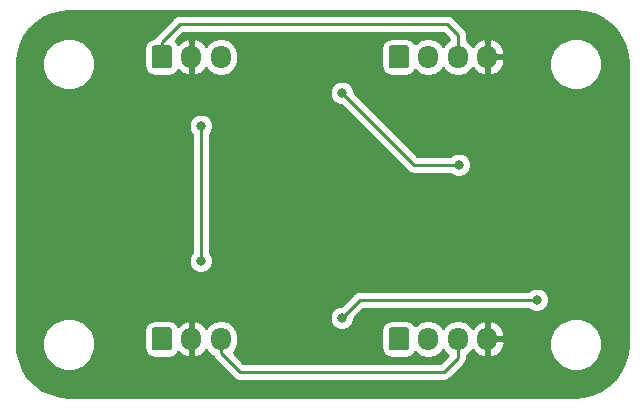
<source format=gbr>
G04 #@! TF.GenerationSoftware,KiCad,Pcbnew,(5.0.1)-3*
G04 #@! TF.CreationDate,2020-03-18T22:13:10-04:00*
G04 #@! TF.ProjectId,viparspectra-adapter,7669706172737065637472612D616461,rev?*
G04 #@! TF.SameCoordinates,Original*
G04 #@! TF.FileFunction,Copper,L2,Bot,Signal*
G04 #@! TF.FilePolarity,Positive*
%FSLAX46Y46*%
G04 Gerber Fmt 4.6, Leading zero omitted, Abs format (unit mm)*
G04 Created by KiCad (PCBNEW (5.0.1)-3) date 3/18/2020 10:13:10 PM*
%MOMM*%
%LPD*%
G01*
G04 APERTURE LIST*
G04 #@! TA.AperFunction,Conductor*
%ADD10C,0.100000*%
G04 #@! TD*
G04 #@! TA.AperFunction,ComponentPad*
%ADD11C,1.700000*%
G04 #@! TD*
G04 #@! TA.AperFunction,ComponentPad*
%ADD12O,1.700000X1.950000*%
G04 #@! TD*
G04 #@! TA.AperFunction,ViaPad*
%ADD13C,0.800000*%
G04 #@! TD*
G04 #@! TA.AperFunction,Conductor*
%ADD14C,0.250000*%
G04 #@! TD*
G04 #@! TA.AperFunction,Conductor*
%ADD15C,0.254000*%
G04 #@! TD*
G04 APERTURE END LIST*
D10*
G04 #@! TO.N,/ch1_input*
G04 #@! TO.C,J1*
G36*
X136514504Y-67606204D02*
X136538773Y-67609804D01*
X136562571Y-67615765D01*
X136585671Y-67624030D01*
X136607849Y-67634520D01*
X136628893Y-67647133D01*
X136648598Y-67661747D01*
X136666777Y-67678223D01*
X136683253Y-67696402D01*
X136697867Y-67716107D01*
X136710480Y-67737151D01*
X136720970Y-67759329D01*
X136729235Y-67782429D01*
X136735196Y-67806227D01*
X136738796Y-67830496D01*
X136740000Y-67855000D01*
X136740000Y-69305000D01*
X136738796Y-69329504D01*
X136735196Y-69353773D01*
X136729235Y-69377571D01*
X136720970Y-69400671D01*
X136710480Y-69422849D01*
X136697867Y-69443893D01*
X136683253Y-69463598D01*
X136666777Y-69481777D01*
X136648598Y-69498253D01*
X136628893Y-69512867D01*
X136607849Y-69525480D01*
X136585671Y-69535970D01*
X136562571Y-69544235D01*
X136538773Y-69550196D01*
X136514504Y-69553796D01*
X136490000Y-69555000D01*
X135290000Y-69555000D01*
X135265496Y-69553796D01*
X135241227Y-69550196D01*
X135217429Y-69544235D01*
X135194329Y-69535970D01*
X135172151Y-69525480D01*
X135151107Y-69512867D01*
X135131402Y-69498253D01*
X135113223Y-69481777D01*
X135096747Y-69463598D01*
X135082133Y-69443893D01*
X135069520Y-69422849D01*
X135059030Y-69400671D01*
X135050765Y-69377571D01*
X135044804Y-69353773D01*
X135041204Y-69329504D01*
X135040000Y-69305000D01*
X135040000Y-67855000D01*
X135041204Y-67830496D01*
X135044804Y-67806227D01*
X135050765Y-67782429D01*
X135059030Y-67759329D01*
X135069520Y-67737151D01*
X135082133Y-67716107D01*
X135096747Y-67696402D01*
X135113223Y-67678223D01*
X135131402Y-67661747D01*
X135151107Y-67647133D01*
X135172151Y-67634520D01*
X135194329Y-67624030D01*
X135217429Y-67615765D01*
X135241227Y-67609804D01*
X135265496Y-67606204D01*
X135290000Y-67605000D01*
X136490000Y-67605000D01*
X136514504Y-67606204D01*
X136514504Y-67606204D01*
G37*
D11*
G04 #@! TD*
G04 #@! TO.P,J1,1*
G04 #@! TO.N,/ch1_input*
X135890000Y-68580000D03*
D12*
G04 #@! TO.P,J1,2*
G04 #@! TO.N,GND*
X138390000Y-68580000D03*
G04 #@! TO.P,J1,3*
G04 #@! TO.N,/ch2_input*
X140890000Y-68580000D03*
G04 #@! TD*
G04 #@! TO.P,J2,3*
G04 #@! TO.N,/ch2_input*
X140890000Y-92456000D03*
G04 #@! TO.P,J2,2*
G04 #@! TO.N,GND*
X138390000Y-92456000D03*
D10*
G04 #@! TD*
G04 #@! TO.N,/ch1_input*
G04 #@! TO.C,J2*
G36*
X136514504Y-91482204D02*
X136538773Y-91485804D01*
X136562571Y-91491765D01*
X136585671Y-91500030D01*
X136607849Y-91510520D01*
X136628893Y-91523133D01*
X136648598Y-91537747D01*
X136666777Y-91554223D01*
X136683253Y-91572402D01*
X136697867Y-91592107D01*
X136710480Y-91613151D01*
X136720970Y-91635329D01*
X136729235Y-91658429D01*
X136735196Y-91682227D01*
X136738796Y-91706496D01*
X136740000Y-91731000D01*
X136740000Y-93181000D01*
X136738796Y-93205504D01*
X136735196Y-93229773D01*
X136729235Y-93253571D01*
X136720970Y-93276671D01*
X136710480Y-93298849D01*
X136697867Y-93319893D01*
X136683253Y-93339598D01*
X136666777Y-93357777D01*
X136648598Y-93374253D01*
X136628893Y-93388867D01*
X136607849Y-93401480D01*
X136585671Y-93411970D01*
X136562571Y-93420235D01*
X136538773Y-93426196D01*
X136514504Y-93429796D01*
X136490000Y-93431000D01*
X135290000Y-93431000D01*
X135265496Y-93429796D01*
X135241227Y-93426196D01*
X135217429Y-93420235D01*
X135194329Y-93411970D01*
X135172151Y-93401480D01*
X135151107Y-93388867D01*
X135131402Y-93374253D01*
X135113223Y-93357777D01*
X135096747Y-93339598D01*
X135082133Y-93319893D01*
X135069520Y-93298849D01*
X135059030Y-93276671D01*
X135050765Y-93253571D01*
X135044804Y-93229773D01*
X135041204Y-93205504D01*
X135040000Y-93181000D01*
X135040000Y-91731000D01*
X135041204Y-91706496D01*
X135044804Y-91682227D01*
X135050765Y-91658429D01*
X135059030Y-91635329D01*
X135069520Y-91613151D01*
X135082133Y-91592107D01*
X135096747Y-91572402D01*
X135113223Y-91554223D01*
X135131402Y-91537747D01*
X135151107Y-91523133D01*
X135172151Y-91510520D01*
X135194329Y-91500030D01*
X135217429Y-91491765D01*
X135241227Y-91485804D01*
X135265496Y-91482204D01*
X135290000Y-91481000D01*
X136490000Y-91481000D01*
X136514504Y-91482204D01*
X136514504Y-91482204D01*
G37*
D11*
G04 #@! TO.P,J2,1*
G04 #@! TO.N,/ch1_input*
X135890000Y-92456000D03*
G04 #@! TD*
D12*
G04 #@! TO.P,J5,4*
G04 #@! TO.N,GND*
X163456000Y-68580000D03*
G04 #@! TO.P,J5,3*
G04 #@! TO.N,/ch1_input*
X160956000Y-68580000D03*
G04 #@! TO.P,J5,2*
G04 #@! TO.N,Net-(D4-Pad2)*
X158456000Y-68580000D03*
D10*
G04 #@! TD*
G04 #@! TO.N,/ch1_enable*
G04 #@! TO.C,J5*
G36*
X156580504Y-67606204D02*
X156604773Y-67609804D01*
X156628571Y-67615765D01*
X156651671Y-67624030D01*
X156673849Y-67634520D01*
X156694893Y-67647133D01*
X156714598Y-67661747D01*
X156732777Y-67678223D01*
X156749253Y-67696402D01*
X156763867Y-67716107D01*
X156776480Y-67737151D01*
X156786970Y-67759329D01*
X156795235Y-67782429D01*
X156801196Y-67806227D01*
X156804796Y-67830496D01*
X156806000Y-67855000D01*
X156806000Y-69305000D01*
X156804796Y-69329504D01*
X156801196Y-69353773D01*
X156795235Y-69377571D01*
X156786970Y-69400671D01*
X156776480Y-69422849D01*
X156763867Y-69443893D01*
X156749253Y-69463598D01*
X156732777Y-69481777D01*
X156714598Y-69498253D01*
X156694893Y-69512867D01*
X156673849Y-69525480D01*
X156651671Y-69535970D01*
X156628571Y-69544235D01*
X156604773Y-69550196D01*
X156580504Y-69553796D01*
X156556000Y-69555000D01*
X155356000Y-69555000D01*
X155331496Y-69553796D01*
X155307227Y-69550196D01*
X155283429Y-69544235D01*
X155260329Y-69535970D01*
X155238151Y-69525480D01*
X155217107Y-69512867D01*
X155197402Y-69498253D01*
X155179223Y-69481777D01*
X155162747Y-69463598D01*
X155148133Y-69443893D01*
X155135520Y-69422849D01*
X155125030Y-69400671D01*
X155116765Y-69377571D01*
X155110804Y-69353773D01*
X155107204Y-69329504D01*
X155106000Y-69305000D01*
X155106000Y-67855000D01*
X155107204Y-67830496D01*
X155110804Y-67806227D01*
X155116765Y-67782429D01*
X155125030Y-67759329D01*
X155135520Y-67737151D01*
X155148133Y-67716107D01*
X155162747Y-67696402D01*
X155179223Y-67678223D01*
X155197402Y-67661747D01*
X155217107Y-67647133D01*
X155238151Y-67634520D01*
X155260329Y-67624030D01*
X155283429Y-67615765D01*
X155307227Y-67609804D01*
X155331496Y-67606204D01*
X155356000Y-67605000D01*
X156556000Y-67605000D01*
X156580504Y-67606204D01*
X156580504Y-67606204D01*
G37*
D11*
G04 #@! TO.P,J5,1*
G04 #@! TO.N,/ch1_enable*
X155956000Y-68580000D03*
G04 #@! TD*
D10*
G04 #@! TO.N,/ch2_enable*
G04 #@! TO.C,J6*
G36*
X156580504Y-91482204D02*
X156604773Y-91485804D01*
X156628571Y-91491765D01*
X156651671Y-91500030D01*
X156673849Y-91510520D01*
X156694893Y-91523133D01*
X156714598Y-91537747D01*
X156732777Y-91554223D01*
X156749253Y-91572402D01*
X156763867Y-91592107D01*
X156776480Y-91613151D01*
X156786970Y-91635329D01*
X156795235Y-91658429D01*
X156801196Y-91682227D01*
X156804796Y-91706496D01*
X156806000Y-91731000D01*
X156806000Y-93181000D01*
X156804796Y-93205504D01*
X156801196Y-93229773D01*
X156795235Y-93253571D01*
X156786970Y-93276671D01*
X156776480Y-93298849D01*
X156763867Y-93319893D01*
X156749253Y-93339598D01*
X156732777Y-93357777D01*
X156714598Y-93374253D01*
X156694893Y-93388867D01*
X156673849Y-93401480D01*
X156651671Y-93411970D01*
X156628571Y-93420235D01*
X156604773Y-93426196D01*
X156580504Y-93429796D01*
X156556000Y-93431000D01*
X155356000Y-93431000D01*
X155331496Y-93429796D01*
X155307227Y-93426196D01*
X155283429Y-93420235D01*
X155260329Y-93411970D01*
X155238151Y-93401480D01*
X155217107Y-93388867D01*
X155197402Y-93374253D01*
X155179223Y-93357777D01*
X155162747Y-93339598D01*
X155148133Y-93319893D01*
X155135520Y-93298849D01*
X155125030Y-93276671D01*
X155116765Y-93253571D01*
X155110804Y-93229773D01*
X155107204Y-93205504D01*
X155106000Y-93181000D01*
X155106000Y-91731000D01*
X155107204Y-91706496D01*
X155110804Y-91682227D01*
X155116765Y-91658429D01*
X155125030Y-91635329D01*
X155135520Y-91613151D01*
X155148133Y-91592107D01*
X155162747Y-91572402D01*
X155179223Y-91554223D01*
X155197402Y-91537747D01*
X155217107Y-91523133D01*
X155238151Y-91510520D01*
X155260329Y-91500030D01*
X155283429Y-91491765D01*
X155307227Y-91485804D01*
X155331496Y-91482204D01*
X155356000Y-91481000D01*
X156556000Y-91481000D01*
X156580504Y-91482204D01*
X156580504Y-91482204D01*
G37*
D11*
G04 #@! TD*
G04 #@! TO.P,J6,1*
G04 #@! TO.N,/ch2_enable*
X155956000Y-92456000D03*
D12*
G04 #@! TO.P,J6,2*
G04 #@! TO.N,Net-(D5-Pad2)*
X158456000Y-92456000D03*
G04 #@! TO.P,J6,3*
G04 #@! TO.N,/ch2_input*
X160956000Y-92456000D03*
G04 #@! TO.P,J6,4*
G04 #@! TO.N,GND*
X163456000Y-92456000D03*
G04 #@! TD*
D13*
G04 #@! TO.N,/Vref*
X151130000Y-90678000D03*
X151130000Y-71628000D03*
X167640000Y-89154000D03*
X161036000Y-77724000D03*
G04 #@! TO.N,GND*
X156718000Y-80264000D03*
X158750000Y-83820000D03*
X160020000Y-83820000D03*
X161290000Y-83820000D03*
X157226000Y-81788000D03*
X172212000Y-74930000D03*
X172212000Y-76930000D03*
X172212000Y-78930000D03*
X172212000Y-80930000D03*
X172212000Y-82930000D03*
X172212000Y-84930000D03*
X172212000Y-86930000D03*
X126238000Y-74930000D03*
X126238000Y-84930000D03*
X126238000Y-78930000D03*
X126238000Y-80930000D03*
X126238000Y-76930000D03*
X126238000Y-82930000D03*
X126238000Y-86930000D03*
G04 #@! TO.N,/ch2_input*
X139192000Y-74422000D03*
X139192000Y-85852000D03*
G04 #@! TD*
D14*
G04 #@! TO.N,/Vref*
X156464000Y-76962000D02*
X151130000Y-71628000D01*
X157226000Y-77724000D02*
X156464000Y-76962000D01*
X160020000Y-77724000D02*
X157226000Y-77724000D01*
X152654000Y-89154000D02*
X151130000Y-90678000D01*
X167640000Y-89154000D02*
X152654000Y-89154000D01*
X160020000Y-77724000D02*
X161036000Y-77724000D01*
G04 #@! TO.N,/ch2_input*
X140890000Y-92456000D02*
X140890000Y-93646000D01*
X140890000Y-93646000D02*
X142494000Y-95250000D01*
X142494000Y-95250000D02*
X159766000Y-95250000D01*
X160956000Y-94060000D02*
X160956000Y-92456000D01*
X159766000Y-95250000D02*
X160956000Y-94060000D01*
X139192000Y-74422000D02*
X139192000Y-82042000D01*
X139192000Y-82042000D02*
X139192000Y-85852000D01*
G04 #@! TO.N,/ch1_input*
X160956000Y-68580000D02*
X160956000Y-66722000D01*
X160956000Y-66722000D02*
X160020000Y-65786000D01*
X135890000Y-67310000D02*
X137414000Y-65786000D01*
X135890000Y-68580000D02*
X135890000Y-67310000D01*
X160020000Y-65786000D02*
X137414000Y-65786000D01*
G04 #@! TD*
D15*
G04 #@! TO.N,GND*
G36*
X171719803Y-64765139D02*
X172473023Y-64971197D01*
X173177852Y-65307384D01*
X173812002Y-65763065D01*
X174355441Y-66323851D01*
X174790981Y-66972001D01*
X175104862Y-67687043D01*
X175288424Y-68451636D01*
X175337000Y-69113112D01*
X175337001Y-92933483D01*
X175264861Y-93741805D01*
X175058803Y-94495023D01*
X174722616Y-95199852D01*
X174266932Y-95834005D01*
X173706149Y-96377441D01*
X173057996Y-96812982D01*
X172342956Y-97126863D01*
X171578364Y-97310424D01*
X170916887Y-97359000D01*
X128046506Y-97359000D01*
X127238195Y-97286861D01*
X126484977Y-97080803D01*
X125780148Y-96744616D01*
X125145995Y-96288932D01*
X124602559Y-95728149D01*
X124167018Y-95079996D01*
X123853137Y-94364956D01*
X123669576Y-93600364D01*
X123621000Y-92938887D01*
X123621000Y-92461431D01*
X125781000Y-92461431D01*
X125781000Y-93350569D01*
X126121259Y-94172026D01*
X126749974Y-94800741D01*
X127571431Y-95141000D01*
X128460569Y-95141000D01*
X129282026Y-94800741D01*
X129910741Y-94172026D01*
X130251000Y-93350569D01*
X130251000Y-92461431D01*
X129948446Y-91731000D01*
X134392560Y-91731000D01*
X134392560Y-93181000D01*
X134460874Y-93524435D01*
X134655414Y-93815586D01*
X134946565Y-94010126D01*
X135290000Y-94078440D01*
X136490000Y-94078440D01*
X136833435Y-94010126D01*
X137124586Y-93815586D01*
X137302185Y-93549789D01*
X137518807Y-93783497D01*
X138033110Y-94022476D01*
X138263000Y-93901155D01*
X138263000Y-92583000D01*
X138243000Y-92583000D01*
X138243000Y-92329000D01*
X138263000Y-92329000D01*
X138263000Y-91010845D01*
X138517000Y-91010845D01*
X138517000Y-92329000D01*
X138537000Y-92329000D01*
X138537000Y-92583000D01*
X138517000Y-92583000D01*
X138517000Y-93901155D01*
X138746890Y-94022476D01*
X139261193Y-93783497D01*
X139636754Y-93378313D01*
X139819375Y-93651625D01*
X140161733Y-93880381D01*
X140174097Y-93942537D01*
X140277333Y-94097040D01*
X140342072Y-94193929D01*
X140405528Y-94236329D01*
X141903671Y-95734473D01*
X141946071Y-95797929D01*
X142197463Y-95965904D01*
X142419148Y-96010000D01*
X142419152Y-96010000D01*
X142494000Y-96024888D01*
X142568848Y-96010000D01*
X159691153Y-96010000D01*
X159766000Y-96024888D01*
X159840847Y-96010000D01*
X159840852Y-96010000D01*
X160062537Y-95965904D01*
X160313929Y-95797929D01*
X160356331Y-95734470D01*
X161440473Y-94650329D01*
X161503929Y-94607929D01*
X161671904Y-94356537D01*
X161716000Y-94134852D01*
X161716000Y-94134848D01*
X161730888Y-94060001D01*
X161716000Y-93985154D01*
X161716000Y-93859178D01*
X162026625Y-93651625D01*
X162209246Y-93378313D01*
X162584807Y-93783497D01*
X163099110Y-94022476D01*
X163329000Y-93901155D01*
X163329000Y-92583000D01*
X163583000Y-92583000D01*
X163583000Y-93901155D01*
X163812890Y-94022476D01*
X164327193Y-93783497D01*
X164721053Y-93358571D01*
X164922320Y-92815267D01*
X164782165Y-92583000D01*
X163583000Y-92583000D01*
X163329000Y-92583000D01*
X163309000Y-92583000D01*
X163309000Y-92461431D01*
X168707000Y-92461431D01*
X168707000Y-93350569D01*
X169047259Y-94172026D01*
X169675974Y-94800741D01*
X170497431Y-95141000D01*
X171386569Y-95141000D01*
X172208026Y-94800741D01*
X172836741Y-94172026D01*
X173177000Y-93350569D01*
X173177000Y-92461431D01*
X172836741Y-91639974D01*
X172208026Y-91011259D01*
X171386569Y-90671000D01*
X170497431Y-90671000D01*
X169675974Y-91011259D01*
X169047259Y-91639974D01*
X168707000Y-92461431D01*
X163309000Y-92461431D01*
X163309000Y-92329000D01*
X163329000Y-92329000D01*
X163329000Y-91010845D01*
X163583000Y-91010845D01*
X163583000Y-92329000D01*
X164782165Y-92329000D01*
X164922320Y-92096733D01*
X164721053Y-91553429D01*
X164327193Y-91128503D01*
X163812890Y-90889524D01*
X163583000Y-91010845D01*
X163329000Y-91010845D01*
X163099110Y-90889524D01*
X162584807Y-91128503D01*
X162209246Y-91533687D01*
X162026625Y-91260375D01*
X161535417Y-90932161D01*
X160956000Y-90816908D01*
X160376582Y-90932161D01*
X159885375Y-91260375D01*
X159706000Y-91528829D01*
X159526625Y-91260375D01*
X159035417Y-90932161D01*
X158456000Y-90816908D01*
X157876582Y-90932161D01*
X157385375Y-91260375D01*
X157342758Y-91324156D01*
X157190586Y-91096414D01*
X156899435Y-90901874D01*
X156556000Y-90833560D01*
X155356000Y-90833560D01*
X155012565Y-90901874D01*
X154721414Y-91096414D01*
X154526874Y-91387565D01*
X154458560Y-91731000D01*
X154458560Y-93181000D01*
X154526874Y-93524435D01*
X154721414Y-93815586D01*
X155012565Y-94010126D01*
X155356000Y-94078440D01*
X156556000Y-94078440D01*
X156899435Y-94010126D01*
X157190586Y-93815586D01*
X157342758Y-93587844D01*
X157385375Y-93651625D01*
X157876583Y-93979839D01*
X158456000Y-94095092D01*
X159035418Y-93979839D01*
X159526625Y-93651625D01*
X159706000Y-93383171D01*
X159885375Y-93651625D01*
X160127674Y-93813524D01*
X159451199Y-94490000D01*
X142808802Y-94490000D01*
X141964551Y-93645750D01*
X142288839Y-93160417D01*
X142375000Y-92727255D01*
X142375000Y-92184744D01*
X142288839Y-91751582D01*
X141960625Y-91260375D01*
X141469417Y-90932161D01*
X140890000Y-90816908D01*
X140310582Y-90932161D01*
X139819375Y-91260375D01*
X139636754Y-91533687D01*
X139261193Y-91128503D01*
X138746890Y-90889524D01*
X138517000Y-91010845D01*
X138263000Y-91010845D01*
X138033110Y-90889524D01*
X137518807Y-91128503D01*
X137302185Y-91362211D01*
X137124586Y-91096414D01*
X136833435Y-90901874D01*
X136490000Y-90833560D01*
X135290000Y-90833560D01*
X134946565Y-90901874D01*
X134655414Y-91096414D01*
X134460874Y-91387565D01*
X134392560Y-91731000D01*
X129948446Y-91731000D01*
X129910741Y-91639974D01*
X129282026Y-91011259D01*
X128460569Y-90671000D01*
X127571431Y-90671000D01*
X126749974Y-91011259D01*
X126121259Y-91639974D01*
X125781000Y-92461431D01*
X123621000Y-92461431D01*
X123621000Y-90472126D01*
X150095000Y-90472126D01*
X150095000Y-90883874D01*
X150252569Y-91264280D01*
X150543720Y-91555431D01*
X150924126Y-91713000D01*
X151335874Y-91713000D01*
X151716280Y-91555431D01*
X152007431Y-91264280D01*
X152165000Y-90883874D01*
X152165000Y-90717802D01*
X152968803Y-89914000D01*
X166936289Y-89914000D01*
X167053720Y-90031431D01*
X167434126Y-90189000D01*
X167845874Y-90189000D01*
X168226280Y-90031431D01*
X168517431Y-89740280D01*
X168675000Y-89359874D01*
X168675000Y-88948126D01*
X168517431Y-88567720D01*
X168226280Y-88276569D01*
X167845874Y-88119000D01*
X167434126Y-88119000D01*
X167053720Y-88276569D01*
X166936289Y-88394000D01*
X152728846Y-88394000D01*
X152653999Y-88379112D01*
X152579152Y-88394000D01*
X152579148Y-88394000D01*
X152357463Y-88438096D01*
X152357461Y-88438097D01*
X152357462Y-88438097D01*
X152169526Y-88563671D01*
X152169524Y-88563673D01*
X152106071Y-88606071D01*
X152063673Y-88669524D01*
X151090198Y-89643000D01*
X150924126Y-89643000D01*
X150543720Y-89800569D01*
X150252569Y-90091720D01*
X150095000Y-90472126D01*
X123621000Y-90472126D01*
X123621000Y-74216126D01*
X138157000Y-74216126D01*
X138157000Y-74627874D01*
X138314569Y-75008280D01*
X138432000Y-75125711D01*
X138432001Y-81967144D01*
X138432000Y-81967149D01*
X138432001Y-85148288D01*
X138314569Y-85265720D01*
X138157000Y-85646126D01*
X138157000Y-86057874D01*
X138314569Y-86438280D01*
X138605720Y-86729431D01*
X138986126Y-86887000D01*
X139397874Y-86887000D01*
X139778280Y-86729431D01*
X140069431Y-86438280D01*
X140227000Y-86057874D01*
X140227000Y-85646126D01*
X140069431Y-85265720D01*
X139952000Y-85148289D01*
X139952000Y-75125711D01*
X140069431Y-75008280D01*
X140227000Y-74627874D01*
X140227000Y-74216126D01*
X140069431Y-73835720D01*
X139778280Y-73544569D01*
X139397874Y-73387000D01*
X138986126Y-73387000D01*
X138605720Y-73544569D01*
X138314569Y-73835720D01*
X138157000Y-74216126D01*
X123621000Y-74216126D01*
X123621000Y-71422126D01*
X150095000Y-71422126D01*
X150095000Y-71833874D01*
X150252569Y-72214280D01*
X150543720Y-72505431D01*
X150924126Y-72663000D01*
X151090199Y-72663000D01*
X155979527Y-77552329D01*
X155979530Y-77552331D01*
X156635671Y-78208473D01*
X156678071Y-78271929D01*
X156741527Y-78314329D01*
X156929462Y-78439904D01*
X156977605Y-78449480D01*
X157151148Y-78484000D01*
X157151152Y-78484000D01*
X157226000Y-78498888D01*
X157300848Y-78484000D01*
X160332289Y-78484000D01*
X160449720Y-78601431D01*
X160830126Y-78759000D01*
X161241874Y-78759000D01*
X161622280Y-78601431D01*
X161913431Y-78310280D01*
X162071000Y-77929874D01*
X162071000Y-77518126D01*
X161913431Y-77137720D01*
X161622280Y-76846569D01*
X161241874Y-76689000D01*
X160830126Y-76689000D01*
X160449720Y-76846569D01*
X160332289Y-76964000D01*
X157540802Y-76964000D01*
X157054331Y-76477530D01*
X157054329Y-76477527D01*
X152165000Y-71588199D01*
X152165000Y-71422126D01*
X152007431Y-71041720D01*
X151716280Y-70750569D01*
X151335874Y-70593000D01*
X150924126Y-70593000D01*
X150543720Y-70750569D01*
X150252569Y-71041720D01*
X150095000Y-71422126D01*
X123621000Y-71422126D01*
X123621000Y-69118505D01*
X123655188Y-68735431D01*
X125781000Y-68735431D01*
X125781000Y-69624569D01*
X126121259Y-70446026D01*
X126749974Y-71074741D01*
X127571431Y-71415000D01*
X128460569Y-71415000D01*
X129282026Y-71074741D01*
X129910741Y-70446026D01*
X130251000Y-69624569D01*
X130251000Y-68735431D01*
X129910741Y-67913974D01*
X129851767Y-67855000D01*
X134392560Y-67855000D01*
X134392560Y-69305000D01*
X134460874Y-69648435D01*
X134655414Y-69939586D01*
X134946565Y-70134126D01*
X135290000Y-70202440D01*
X136490000Y-70202440D01*
X136833435Y-70134126D01*
X137124586Y-69939586D01*
X137302185Y-69673789D01*
X137518807Y-69907497D01*
X138033110Y-70146476D01*
X138263000Y-70025155D01*
X138263000Y-68707000D01*
X138243000Y-68707000D01*
X138243000Y-68453000D01*
X138263000Y-68453000D01*
X138263000Y-67134845D01*
X138517000Y-67134845D01*
X138517000Y-68453000D01*
X138537000Y-68453000D01*
X138537000Y-68707000D01*
X138517000Y-68707000D01*
X138517000Y-70025155D01*
X138746890Y-70146476D01*
X139261193Y-69907497D01*
X139636754Y-69502313D01*
X139819375Y-69775625D01*
X140310583Y-70103839D01*
X140890000Y-70219092D01*
X141469418Y-70103839D01*
X141960625Y-69775625D01*
X142288839Y-69284417D01*
X142375000Y-68851255D01*
X142375000Y-68308744D01*
X142288839Y-67875582D01*
X141960625Y-67384375D01*
X141469417Y-67056161D01*
X140890000Y-66940908D01*
X140310582Y-67056161D01*
X139819375Y-67384375D01*
X139636754Y-67657687D01*
X139261193Y-67252503D01*
X138746890Y-67013524D01*
X138517000Y-67134845D01*
X138263000Y-67134845D01*
X138033110Y-67013524D01*
X137518807Y-67252503D01*
X137302185Y-67486211D01*
X137124586Y-67220414D01*
X137082505Y-67192297D01*
X137728803Y-66546000D01*
X159705199Y-66546000D01*
X160196001Y-67036803D01*
X160196001Y-67176822D01*
X159885375Y-67384375D01*
X159706000Y-67652829D01*
X159526625Y-67384375D01*
X159035417Y-67056161D01*
X158456000Y-66940908D01*
X157876582Y-67056161D01*
X157385375Y-67384375D01*
X157342758Y-67448156D01*
X157190586Y-67220414D01*
X156899435Y-67025874D01*
X156556000Y-66957560D01*
X155356000Y-66957560D01*
X155012565Y-67025874D01*
X154721414Y-67220414D01*
X154526874Y-67511565D01*
X154458560Y-67855000D01*
X154458560Y-69305000D01*
X154526874Y-69648435D01*
X154721414Y-69939586D01*
X155012565Y-70134126D01*
X155356000Y-70202440D01*
X156556000Y-70202440D01*
X156899435Y-70134126D01*
X157190586Y-69939586D01*
X157342758Y-69711844D01*
X157385375Y-69775625D01*
X157876583Y-70103839D01*
X158456000Y-70219092D01*
X159035418Y-70103839D01*
X159526625Y-69775625D01*
X159706000Y-69507171D01*
X159885375Y-69775625D01*
X160376583Y-70103839D01*
X160956000Y-70219092D01*
X161535418Y-70103839D01*
X162026625Y-69775625D01*
X162209246Y-69502313D01*
X162584807Y-69907497D01*
X163099110Y-70146476D01*
X163329000Y-70025155D01*
X163329000Y-68707000D01*
X163583000Y-68707000D01*
X163583000Y-70025155D01*
X163812890Y-70146476D01*
X164327193Y-69907497D01*
X164721053Y-69482571D01*
X164922320Y-68939267D01*
X164799321Y-68735431D01*
X168707000Y-68735431D01*
X168707000Y-69624569D01*
X169047259Y-70446026D01*
X169675974Y-71074741D01*
X170497431Y-71415000D01*
X171386569Y-71415000D01*
X172208026Y-71074741D01*
X172836741Y-70446026D01*
X173177000Y-69624569D01*
X173177000Y-68735431D01*
X172836741Y-67913974D01*
X172208026Y-67285259D01*
X171386569Y-66945000D01*
X170497431Y-66945000D01*
X169675974Y-67285259D01*
X169047259Y-67913974D01*
X168707000Y-68735431D01*
X164799321Y-68735431D01*
X164782165Y-68707000D01*
X163583000Y-68707000D01*
X163329000Y-68707000D01*
X163309000Y-68707000D01*
X163309000Y-68453000D01*
X163329000Y-68453000D01*
X163329000Y-67134845D01*
X163583000Y-67134845D01*
X163583000Y-68453000D01*
X164782165Y-68453000D01*
X164922320Y-68220733D01*
X164721053Y-67677429D01*
X164327193Y-67252503D01*
X163812890Y-67013524D01*
X163583000Y-67134845D01*
X163329000Y-67134845D01*
X163099110Y-67013524D01*
X162584807Y-67252503D01*
X162209246Y-67657687D01*
X162026625Y-67384375D01*
X161716000Y-67176822D01*
X161716000Y-66796847D01*
X161730888Y-66722000D01*
X161716000Y-66647153D01*
X161716000Y-66647148D01*
X161671904Y-66425463D01*
X161503929Y-66174071D01*
X161440473Y-66131671D01*
X160610331Y-65301530D01*
X160567929Y-65238071D01*
X160316537Y-65070096D01*
X160094852Y-65026000D01*
X160094847Y-65026000D01*
X160020000Y-65011112D01*
X159945153Y-65026000D01*
X137488846Y-65026000D01*
X137413999Y-65011112D01*
X137339152Y-65026000D01*
X137339148Y-65026000D01*
X137117463Y-65070096D01*
X137089794Y-65088584D01*
X136929526Y-65195671D01*
X136929524Y-65195673D01*
X136866071Y-65238071D01*
X136823673Y-65301524D01*
X135405528Y-66719671D01*
X135342072Y-66762071D01*
X135299672Y-66825527D01*
X135299671Y-66825528D01*
X135214333Y-66953246D01*
X135199410Y-66975580D01*
X134946565Y-67025874D01*
X134655414Y-67220414D01*
X134460874Y-67511565D01*
X134392560Y-67855000D01*
X129851767Y-67855000D01*
X129282026Y-67285259D01*
X128460569Y-66945000D01*
X127571431Y-66945000D01*
X126749974Y-67285259D01*
X126121259Y-67913974D01*
X125781000Y-68735431D01*
X123655188Y-68735431D01*
X123693139Y-68310197D01*
X123899197Y-67556977D01*
X124235384Y-66852148D01*
X124691065Y-66217998D01*
X125251851Y-65674559D01*
X125900001Y-65239019D01*
X126615043Y-64925138D01*
X127379636Y-64741576D01*
X128041112Y-64693000D01*
X170911495Y-64693000D01*
X171719803Y-64765139D01*
X171719803Y-64765139D01*
G37*
X171719803Y-64765139D02*
X172473023Y-64971197D01*
X173177852Y-65307384D01*
X173812002Y-65763065D01*
X174355441Y-66323851D01*
X174790981Y-66972001D01*
X175104862Y-67687043D01*
X175288424Y-68451636D01*
X175337000Y-69113112D01*
X175337001Y-92933483D01*
X175264861Y-93741805D01*
X175058803Y-94495023D01*
X174722616Y-95199852D01*
X174266932Y-95834005D01*
X173706149Y-96377441D01*
X173057996Y-96812982D01*
X172342956Y-97126863D01*
X171578364Y-97310424D01*
X170916887Y-97359000D01*
X128046506Y-97359000D01*
X127238195Y-97286861D01*
X126484977Y-97080803D01*
X125780148Y-96744616D01*
X125145995Y-96288932D01*
X124602559Y-95728149D01*
X124167018Y-95079996D01*
X123853137Y-94364956D01*
X123669576Y-93600364D01*
X123621000Y-92938887D01*
X123621000Y-92461431D01*
X125781000Y-92461431D01*
X125781000Y-93350569D01*
X126121259Y-94172026D01*
X126749974Y-94800741D01*
X127571431Y-95141000D01*
X128460569Y-95141000D01*
X129282026Y-94800741D01*
X129910741Y-94172026D01*
X130251000Y-93350569D01*
X130251000Y-92461431D01*
X129948446Y-91731000D01*
X134392560Y-91731000D01*
X134392560Y-93181000D01*
X134460874Y-93524435D01*
X134655414Y-93815586D01*
X134946565Y-94010126D01*
X135290000Y-94078440D01*
X136490000Y-94078440D01*
X136833435Y-94010126D01*
X137124586Y-93815586D01*
X137302185Y-93549789D01*
X137518807Y-93783497D01*
X138033110Y-94022476D01*
X138263000Y-93901155D01*
X138263000Y-92583000D01*
X138243000Y-92583000D01*
X138243000Y-92329000D01*
X138263000Y-92329000D01*
X138263000Y-91010845D01*
X138517000Y-91010845D01*
X138517000Y-92329000D01*
X138537000Y-92329000D01*
X138537000Y-92583000D01*
X138517000Y-92583000D01*
X138517000Y-93901155D01*
X138746890Y-94022476D01*
X139261193Y-93783497D01*
X139636754Y-93378313D01*
X139819375Y-93651625D01*
X140161733Y-93880381D01*
X140174097Y-93942537D01*
X140277333Y-94097040D01*
X140342072Y-94193929D01*
X140405528Y-94236329D01*
X141903671Y-95734473D01*
X141946071Y-95797929D01*
X142197463Y-95965904D01*
X142419148Y-96010000D01*
X142419152Y-96010000D01*
X142494000Y-96024888D01*
X142568848Y-96010000D01*
X159691153Y-96010000D01*
X159766000Y-96024888D01*
X159840847Y-96010000D01*
X159840852Y-96010000D01*
X160062537Y-95965904D01*
X160313929Y-95797929D01*
X160356331Y-95734470D01*
X161440473Y-94650329D01*
X161503929Y-94607929D01*
X161671904Y-94356537D01*
X161716000Y-94134852D01*
X161716000Y-94134848D01*
X161730888Y-94060001D01*
X161716000Y-93985154D01*
X161716000Y-93859178D01*
X162026625Y-93651625D01*
X162209246Y-93378313D01*
X162584807Y-93783497D01*
X163099110Y-94022476D01*
X163329000Y-93901155D01*
X163329000Y-92583000D01*
X163583000Y-92583000D01*
X163583000Y-93901155D01*
X163812890Y-94022476D01*
X164327193Y-93783497D01*
X164721053Y-93358571D01*
X164922320Y-92815267D01*
X164782165Y-92583000D01*
X163583000Y-92583000D01*
X163329000Y-92583000D01*
X163309000Y-92583000D01*
X163309000Y-92461431D01*
X168707000Y-92461431D01*
X168707000Y-93350569D01*
X169047259Y-94172026D01*
X169675974Y-94800741D01*
X170497431Y-95141000D01*
X171386569Y-95141000D01*
X172208026Y-94800741D01*
X172836741Y-94172026D01*
X173177000Y-93350569D01*
X173177000Y-92461431D01*
X172836741Y-91639974D01*
X172208026Y-91011259D01*
X171386569Y-90671000D01*
X170497431Y-90671000D01*
X169675974Y-91011259D01*
X169047259Y-91639974D01*
X168707000Y-92461431D01*
X163309000Y-92461431D01*
X163309000Y-92329000D01*
X163329000Y-92329000D01*
X163329000Y-91010845D01*
X163583000Y-91010845D01*
X163583000Y-92329000D01*
X164782165Y-92329000D01*
X164922320Y-92096733D01*
X164721053Y-91553429D01*
X164327193Y-91128503D01*
X163812890Y-90889524D01*
X163583000Y-91010845D01*
X163329000Y-91010845D01*
X163099110Y-90889524D01*
X162584807Y-91128503D01*
X162209246Y-91533687D01*
X162026625Y-91260375D01*
X161535417Y-90932161D01*
X160956000Y-90816908D01*
X160376582Y-90932161D01*
X159885375Y-91260375D01*
X159706000Y-91528829D01*
X159526625Y-91260375D01*
X159035417Y-90932161D01*
X158456000Y-90816908D01*
X157876582Y-90932161D01*
X157385375Y-91260375D01*
X157342758Y-91324156D01*
X157190586Y-91096414D01*
X156899435Y-90901874D01*
X156556000Y-90833560D01*
X155356000Y-90833560D01*
X155012565Y-90901874D01*
X154721414Y-91096414D01*
X154526874Y-91387565D01*
X154458560Y-91731000D01*
X154458560Y-93181000D01*
X154526874Y-93524435D01*
X154721414Y-93815586D01*
X155012565Y-94010126D01*
X155356000Y-94078440D01*
X156556000Y-94078440D01*
X156899435Y-94010126D01*
X157190586Y-93815586D01*
X157342758Y-93587844D01*
X157385375Y-93651625D01*
X157876583Y-93979839D01*
X158456000Y-94095092D01*
X159035418Y-93979839D01*
X159526625Y-93651625D01*
X159706000Y-93383171D01*
X159885375Y-93651625D01*
X160127674Y-93813524D01*
X159451199Y-94490000D01*
X142808802Y-94490000D01*
X141964551Y-93645750D01*
X142288839Y-93160417D01*
X142375000Y-92727255D01*
X142375000Y-92184744D01*
X142288839Y-91751582D01*
X141960625Y-91260375D01*
X141469417Y-90932161D01*
X140890000Y-90816908D01*
X140310582Y-90932161D01*
X139819375Y-91260375D01*
X139636754Y-91533687D01*
X139261193Y-91128503D01*
X138746890Y-90889524D01*
X138517000Y-91010845D01*
X138263000Y-91010845D01*
X138033110Y-90889524D01*
X137518807Y-91128503D01*
X137302185Y-91362211D01*
X137124586Y-91096414D01*
X136833435Y-90901874D01*
X136490000Y-90833560D01*
X135290000Y-90833560D01*
X134946565Y-90901874D01*
X134655414Y-91096414D01*
X134460874Y-91387565D01*
X134392560Y-91731000D01*
X129948446Y-91731000D01*
X129910741Y-91639974D01*
X129282026Y-91011259D01*
X128460569Y-90671000D01*
X127571431Y-90671000D01*
X126749974Y-91011259D01*
X126121259Y-91639974D01*
X125781000Y-92461431D01*
X123621000Y-92461431D01*
X123621000Y-90472126D01*
X150095000Y-90472126D01*
X150095000Y-90883874D01*
X150252569Y-91264280D01*
X150543720Y-91555431D01*
X150924126Y-91713000D01*
X151335874Y-91713000D01*
X151716280Y-91555431D01*
X152007431Y-91264280D01*
X152165000Y-90883874D01*
X152165000Y-90717802D01*
X152968803Y-89914000D01*
X166936289Y-89914000D01*
X167053720Y-90031431D01*
X167434126Y-90189000D01*
X167845874Y-90189000D01*
X168226280Y-90031431D01*
X168517431Y-89740280D01*
X168675000Y-89359874D01*
X168675000Y-88948126D01*
X168517431Y-88567720D01*
X168226280Y-88276569D01*
X167845874Y-88119000D01*
X167434126Y-88119000D01*
X167053720Y-88276569D01*
X166936289Y-88394000D01*
X152728846Y-88394000D01*
X152653999Y-88379112D01*
X152579152Y-88394000D01*
X152579148Y-88394000D01*
X152357463Y-88438096D01*
X152357461Y-88438097D01*
X152357462Y-88438097D01*
X152169526Y-88563671D01*
X152169524Y-88563673D01*
X152106071Y-88606071D01*
X152063673Y-88669524D01*
X151090198Y-89643000D01*
X150924126Y-89643000D01*
X150543720Y-89800569D01*
X150252569Y-90091720D01*
X150095000Y-90472126D01*
X123621000Y-90472126D01*
X123621000Y-74216126D01*
X138157000Y-74216126D01*
X138157000Y-74627874D01*
X138314569Y-75008280D01*
X138432000Y-75125711D01*
X138432001Y-81967144D01*
X138432000Y-81967149D01*
X138432001Y-85148288D01*
X138314569Y-85265720D01*
X138157000Y-85646126D01*
X138157000Y-86057874D01*
X138314569Y-86438280D01*
X138605720Y-86729431D01*
X138986126Y-86887000D01*
X139397874Y-86887000D01*
X139778280Y-86729431D01*
X140069431Y-86438280D01*
X140227000Y-86057874D01*
X140227000Y-85646126D01*
X140069431Y-85265720D01*
X139952000Y-85148289D01*
X139952000Y-75125711D01*
X140069431Y-75008280D01*
X140227000Y-74627874D01*
X140227000Y-74216126D01*
X140069431Y-73835720D01*
X139778280Y-73544569D01*
X139397874Y-73387000D01*
X138986126Y-73387000D01*
X138605720Y-73544569D01*
X138314569Y-73835720D01*
X138157000Y-74216126D01*
X123621000Y-74216126D01*
X123621000Y-71422126D01*
X150095000Y-71422126D01*
X150095000Y-71833874D01*
X150252569Y-72214280D01*
X150543720Y-72505431D01*
X150924126Y-72663000D01*
X151090199Y-72663000D01*
X155979527Y-77552329D01*
X155979530Y-77552331D01*
X156635671Y-78208473D01*
X156678071Y-78271929D01*
X156741527Y-78314329D01*
X156929462Y-78439904D01*
X156977605Y-78449480D01*
X157151148Y-78484000D01*
X157151152Y-78484000D01*
X157226000Y-78498888D01*
X157300848Y-78484000D01*
X160332289Y-78484000D01*
X160449720Y-78601431D01*
X160830126Y-78759000D01*
X161241874Y-78759000D01*
X161622280Y-78601431D01*
X161913431Y-78310280D01*
X162071000Y-77929874D01*
X162071000Y-77518126D01*
X161913431Y-77137720D01*
X161622280Y-76846569D01*
X161241874Y-76689000D01*
X160830126Y-76689000D01*
X160449720Y-76846569D01*
X160332289Y-76964000D01*
X157540802Y-76964000D01*
X157054331Y-76477530D01*
X157054329Y-76477527D01*
X152165000Y-71588199D01*
X152165000Y-71422126D01*
X152007431Y-71041720D01*
X151716280Y-70750569D01*
X151335874Y-70593000D01*
X150924126Y-70593000D01*
X150543720Y-70750569D01*
X150252569Y-71041720D01*
X150095000Y-71422126D01*
X123621000Y-71422126D01*
X123621000Y-69118505D01*
X123655188Y-68735431D01*
X125781000Y-68735431D01*
X125781000Y-69624569D01*
X126121259Y-70446026D01*
X126749974Y-71074741D01*
X127571431Y-71415000D01*
X128460569Y-71415000D01*
X129282026Y-71074741D01*
X129910741Y-70446026D01*
X130251000Y-69624569D01*
X130251000Y-68735431D01*
X129910741Y-67913974D01*
X129851767Y-67855000D01*
X134392560Y-67855000D01*
X134392560Y-69305000D01*
X134460874Y-69648435D01*
X134655414Y-69939586D01*
X134946565Y-70134126D01*
X135290000Y-70202440D01*
X136490000Y-70202440D01*
X136833435Y-70134126D01*
X137124586Y-69939586D01*
X137302185Y-69673789D01*
X137518807Y-69907497D01*
X138033110Y-70146476D01*
X138263000Y-70025155D01*
X138263000Y-68707000D01*
X138243000Y-68707000D01*
X138243000Y-68453000D01*
X138263000Y-68453000D01*
X138263000Y-67134845D01*
X138517000Y-67134845D01*
X138517000Y-68453000D01*
X138537000Y-68453000D01*
X138537000Y-68707000D01*
X138517000Y-68707000D01*
X138517000Y-70025155D01*
X138746890Y-70146476D01*
X139261193Y-69907497D01*
X139636754Y-69502313D01*
X139819375Y-69775625D01*
X140310583Y-70103839D01*
X140890000Y-70219092D01*
X141469418Y-70103839D01*
X141960625Y-69775625D01*
X142288839Y-69284417D01*
X142375000Y-68851255D01*
X142375000Y-68308744D01*
X142288839Y-67875582D01*
X141960625Y-67384375D01*
X141469417Y-67056161D01*
X140890000Y-66940908D01*
X140310582Y-67056161D01*
X139819375Y-67384375D01*
X139636754Y-67657687D01*
X139261193Y-67252503D01*
X138746890Y-67013524D01*
X138517000Y-67134845D01*
X138263000Y-67134845D01*
X138033110Y-67013524D01*
X137518807Y-67252503D01*
X137302185Y-67486211D01*
X137124586Y-67220414D01*
X137082505Y-67192297D01*
X137728803Y-66546000D01*
X159705199Y-66546000D01*
X160196001Y-67036803D01*
X160196001Y-67176822D01*
X159885375Y-67384375D01*
X159706000Y-67652829D01*
X159526625Y-67384375D01*
X159035417Y-67056161D01*
X158456000Y-66940908D01*
X157876582Y-67056161D01*
X157385375Y-67384375D01*
X157342758Y-67448156D01*
X157190586Y-67220414D01*
X156899435Y-67025874D01*
X156556000Y-66957560D01*
X155356000Y-66957560D01*
X155012565Y-67025874D01*
X154721414Y-67220414D01*
X154526874Y-67511565D01*
X154458560Y-67855000D01*
X154458560Y-69305000D01*
X154526874Y-69648435D01*
X154721414Y-69939586D01*
X155012565Y-70134126D01*
X155356000Y-70202440D01*
X156556000Y-70202440D01*
X156899435Y-70134126D01*
X157190586Y-69939586D01*
X157342758Y-69711844D01*
X157385375Y-69775625D01*
X157876583Y-70103839D01*
X158456000Y-70219092D01*
X159035418Y-70103839D01*
X159526625Y-69775625D01*
X159706000Y-69507171D01*
X159885375Y-69775625D01*
X160376583Y-70103839D01*
X160956000Y-70219092D01*
X161535418Y-70103839D01*
X162026625Y-69775625D01*
X162209246Y-69502313D01*
X162584807Y-69907497D01*
X163099110Y-70146476D01*
X163329000Y-70025155D01*
X163329000Y-68707000D01*
X163583000Y-68707000D01*
X163583000Y-70025155D01*
X163812890Y-70146476D01*
X164327193Y-69907497D01*
X164721053Y-69482571D01*
X164922320Y-68939267D01*
X164799321Y-68735431D01*
X168707000Y-68735431D01*
X168707000Y-69624569D01*
X169047259Y-70446026D01*
X169675974Y-71074741D01*
X170497431Y-71415000D01*
X171386569Y-71415000D01*
X172208026Y-71074741D01*
X172836741Y-70446026D01*
X173177000Y-69624569D01*
X173177000Y-68735431D01*
X172836741Y-67913974D01*
X172208026Y-67285259D01*
X171386569Y-66945000D01*
X170497431Y-66945000D01*
X169675974Y-67285259D01*
X169047259Y-67913974D01*
X168707000Y-68735431D01*
X164799321Y-68735431D01*
X164782165Y-68707000D01*
X163583000Y-68707000D01*
X163329000Y-68707000D01*
X163309000Y-68707000D01*
X163309000Y-68453000D01*
X163329000Y-68453000D01*
X163329000Y-67134845D01*
X163583000Y-67134845D01*
X163583000Y-68453000D01*
X164782165Y-68453000D01*
X164922320Y-68220733D01*
X164721053Y-67677429D01*
X164327193Y-67252503D01*
X163812890Y-67013524D01*
X163583000Y-67134845D01*
X163329000Y-67134845D01*
X163099110Y-67013524D01*
X162584807Y-67252503D01*
X162209246Y-67657687D01*
X162026625Y-67384375D01*
X161716000Y-67176822D01*
X161716000Y-66796847D01*
X161730888Y-66722000D01*
X161716000Y-66647153D01*
X161716000Y-66647148D01*
X161671904Y-66425463D01*
X161503929Y-66174071D01*
X161440473Y-66131671D01*
X160610331Y-65301530D01*
X160567929Y-65238071D01*
X160316537Y-65070096D01*
X160094852Y-65026000D01*
X160094847Y-65026000D01*
X160020000Y-65011112D01*
X159945153Y-65026000D01*
X137488846Y-65026000D01*
X137413999Y-65011112D01*
X137339152Y-65026000D01*
X137339148Y-65026000D01*
X137117463Y-65070096D01*
X137089794Y-65088584D01*
X136929526Y-65195671D01*
X136929524Y-65195673D01*
X136866071Y-65238071D01*
X136823673Y-65301524D01*
X135405528Y-66719671D01*
X135342072Y-66762071D01*
X135299672Y-66825527D01*
X135299671Y-66825528D01*
X135214333Y-66953246D01*
X135199410Y-66975580D01*
X134946565Y-67025874D01*
X134655414Y-67220414D01*
X134460874Y-67511565D01*
X134392560Y-67855000D01*
X129851767Y-67855000D01*
X129282026Y-67285259D01*
X128460569Y-66945000D01*
X127571431Y-66945000D01*
X126749974Y-67285259D01*
X126121259Y-67913974D01*
X125781000Y-68735431D01*
X123655188Y-68735431D01*
X123693139Y-68310197D01*
X123899197Y-67556977D01*
X124235384Y-66852148D01*
X124691065Y-66217998D01*
X125251851Y-65674559D01*
X125900001Y-65239019D01*
X126615043Y-64925138D01*
X127379636Y-64741576D01*
X128041112Y-64693000D01*
X170911495Y-64693000D01*
X171719803Y-64765139D01*
G04 #@! TD*
M02*

</source>
